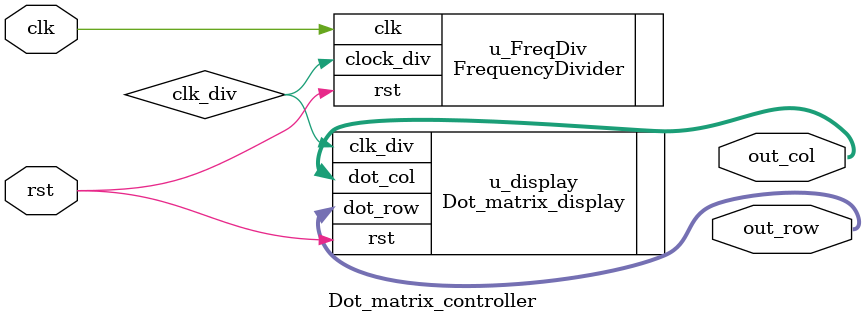
<source format=v>
module Dot_matrix_controller(clk, rst, out_row, out_col);

input clk, rst;
output [7:0] out_row, out_col;

wire clk_div;

FrequencyDivider u_FreqDiv(.clk(clk), .rst(rst), .clock_div(clk_div));

Dot_matrix_display u_display(.clk_div(clk_div), .rst(rst), .dot_row(out_row), .dot_col(out_col));

endmodule

</source>
